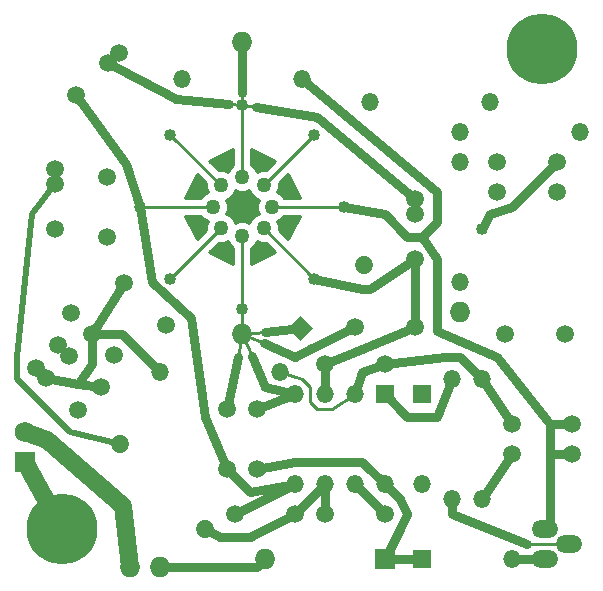
<source format=gbl>
G04 (created by PCBNEW (22-Jun-2014 BZR 4027)-stable) date Sun 04 Feb 2018 03:40:52 PM CST*
%MOIN*%
G04 Gerber Fmt 3.4, Leading zero omitted, Abs format*
%FSLAX34Y34*%
G01*
G70*
G90*
G04 APERTURE LIST*
%ADD10C,0.00590551*%
%ADD11O,0.0885X0.059*%
%ADD12O,0.059X0.059*%
%ADD13C,0.059*%
%ADD14C,0.05*%
%ADD15R,0.059X0.059*%
%ADD16O,0.069X0.069*%
%ADD17C,0.23622*%
%ADD18C,0.059*%
%ADD19R,0.069X0.069*%
%ADD20C,0.069*%
%ADD21C,0.04*%
%ADD22C,0.03*%
%ADD23C,0.06*%
%ADD24C,0.01*%
%ADD25C,0.02*%
G04 APERTURE END LIST*
G54D10*
G54D11*
X95852Y-43250D03*
X96647Y-43750D03*
X95852Y-44250D03*
G54D12*
X92750Y-38250D03*
X92750Y-42250D03*
X93750Y-42250D03*
X93750Y-38250D03*
X83000Y-38000D03*
X87000Y-38000D03*
X83750Y-28250D03*
X87750Y-28250D03*
G54D13*
X84500Y-43250D02*
X84500Y-43250D01*
X81671Y-40421D02*
X81671Y-40421D01*
G54D14*
X85042Y-31792D03*
X86457Y-31792D03*
X86739Y-32500D03*
X85750Y-31510D03*
X86457Y-33207D03*
X85750Y-33489D03*
X85042Y-33207D03*
X84760Y-32500D03*
G54D15*
X90500Y-38750D03*
G54D12*
X89500Y-38750D03*
X88500Y-38750D03*
X87500Y-38750D03*
X87500Y-41750D03*
X88500Y-41750D03*
X90500Y-41750D03*
X89500Y-41750D03*
G54D16*
X83000Y-44500D03*
X82000Y-44500D03*
G54D17*
X95750Y-27250D03*
G54D18*
X94750Y-40750D03*
X96750Y-40750D03*
X91500Y-36500D03*
X89500Y-36500D03*
X85250Y-41250D03*
X85250Y-39250D03*
X86250Y-41250D03*
X86250Y-39250D03*
X88500Y-42750D03*
X90500Y-42750D03*
X81792Y-35042D03*
X83207Y-36457D03*
X81250Y-31500D03*
X81250Y-33500D03*
X96750Y-39750D03*
X94750Y-39750D03*
X90500Y-37750D03*
X88500Y-37750D03*
X87500Y-42750D03*
X85500Y-42750D03*
G54D16*
X85750Y-36750D03*
G54D19*
X90500Y-44250D03*
G54D16*
X86500Y-44250D03*
G54D15*
X91750Y-38750D03*
G54D12*
X91750Y-41750D03*
G54D10*
G36*
X87689Y-36143D02*
X88106Y-36560D01*
X87689Y-36977D01*
X87272Y-36560D01*
X87689Y-36143D01*
X87689Y-36143D01*
G37*
G54D13*
X89810Y-34439D02*
X89810Y-34439D01*
G54D15*
X91750Y-44250D03*
G54D12*
X94750Y-44250D03*
G54D18*
X81633Y-27366D03*
X80219Y-28780D03*
X81280Y-27719D03*
X79500Y-31250D03*
X79500Y-33250D03*
X79500Y-31750D03*
X91500Y-32250D03*
X91500Y-34250D03*
X91500Y-32750D03*
G54D19*
X78500Y-41000D03*
G54D20*
X78500Y-40000D03*
G54D17*
X79750Y-43250D03*
G54D16*
X85750Y-27000D03*
G54D12*
X90000Y-29000D03*
X94000Y-29000D03*
X97000Y-30000D03*
X93000Y-30000D03*
X93000Y-31000D03*
X93000Y-35000D03*
G54D18*
X94250Y-31000D03*
X96250Y-31000D03*
X96250Y-32000D03*
X94250Y-32000D03*
X96500Y-36750D03*
X94500Y-36750D03*
G54D16*
X93000Y-36000D03*
G54D18*
X79616Y-37116D03*
X81030Y-38530D03*
X79969Y-37469D03*
X78866Y-37866D03*
X80280Y-39280D03*
X79219Y-38219D03*
X80042Y-36042D03*
X81457Y-37457D03*
X80750Y-36750D03*
G54D21*
X89150Y-32500D03*
X82350Y-32500D03*
X83350Y-30100D03*
X88150Y-34900D03*
X88150Y-30100D03*
X83350Y-34900D03*
X85750Y-29100D03*
X93750Y-33250D03*
X85750Y-35900D03*
G54D22*
X89500Y-41000D02*
X89750Y-41000D01*
X87500Y-41000D02*
X89500Y-41000D01*
X86250Y-41250D02*
X87500Y-41000D01*
X89750Y-41000D02*
X90500Y-41750D01*
X90500Y-41750D02*
X91000Y-42250D01*
X91000Y-43250D02*
X90500Y-44250D01*
X91250Y-42750D02*
X91000Y-43250D01*
X91000Y-42250D02*
X91250Y-42750D01*
X90500Y-44250D02*
X91750Y-44250D01*
G54D23*
X78500Y-41000D02*
X79750Y-43250D01*
G54D22*
X96000Y-39750D02*
X94250Y-37500D01*
X92250Y-34250D02*
X92250Y-36642D01*
X92250Y-34250D02*
X91750Y-33500D01*
X94250Y-37500D02*
X92250Y-36642D01*
X96000Y-40750D02*
X96750Y-40750D01*
X96000Y-43250D02*
X96000Y-40750D01*
X96000Y-40750D02*
X96000Y-39750D01*
X96000Y-39750D02*
X96750Y-39750D01*
X91750Y-33500D02*
X92250Y-33000D01*
X92250Y-33000D02*
X92250Y-32000D01*
X92250Y-32000D02*
X87750Y-28250D01*
G54D24*
X86739Y-32500D02*
X89150Y-32500D01*
G54D22*
X89150Y-32500D02*
X90500Y-32750D01*
X91250Y-33500D02*
X91750Y-33500D01*
X90500Y-32750D02*
X91250Y-33500D01*
G54D24*
X89250Y-32500D02*
X89150Y-32500D01*
G54D22*
X82350Y-32500D02*
X81881Y-31085D01*
X81881Y-31085D02*
X80219Y-28780D01*
G54D24*
X84760Y-32500D02*
X82350Y-32500D01*
G54D22*
X84500Y-39500D02*
X85250Y-41250D01*
X82750Y-35000D02*
X84030Y-36217D01*
X84030Y-36217D02*
X84500Y-39500D01*
X82350Y-32500D02*
X82750Y-35000D01*
X87500Y-41750D02*
X86000Y-42000D01*
X86000Y-42000D02*
X85250Y-41250D01*
X87500Y-41750D02*
X85500Y-42750D01*
X90500Y-42750D02*
X89500Y-41750D01*
X93750Y-42250D02*
X94750Y-40750D01*
X90500Y-38750D02*
X91250Y-39500D01*
X92250Y-39500D02*
X92750Y-38250D01*
X91250Y-39500D02*
X92250Y-39500D01*
X94750Y-44250D02*
X96000Y-44250D01*
X95250Y-43750D02*
X92750Y-42750D01*
G54D24*
X96500Y-43750D02*
X95250Y-43750D01*
G54D22*
X92750Y-42750D02*
X92750Y-42250D01*
X90500Y-37750D02*
X92500Y-37500D01*
X93000Y-37500D02*
X93750Y-38250D01*
X92500Y-37500D02*
X93000Y-37500D01*
X93750Y-38250D02*
X94750Y-39750D01*
G54D24*
X87000Y-38000D02*
X87750Y-38250D01*
X88750Y-39250D02*
X89500Y-38750D01*
X88250Y-39250D02*
X88750Y-39250D01*
X88000Y-39000D02*
X88250Y-39250D01*
X88000Y-38500D02*
X88000Y-39000D01*
X87750Y-38250D02*
X88000Y-38500D01*
G54D22*
X89500Y-38750D02*
X89750Y-38000D01*
X89750Y-38000D02*
X90500Y-37750D01*
X83000Y-44500D02*
X86250Y-44500D01*
X86250Y-44500D02*
X86500Y-44250D01*
G54D25*
X81671Y-40421D02*
X80000Y-40000D01*
X78750Y-32750D02*
X79500Y-31750D01*
X78250Y-37500D02*
X78750Y-32750D01*
X78250Y-38250D02*
X78250Y-37500D01*
X80000Y-40000D02*
X78250Y-38250D01*
G54D24*
X85042Y-31792D02*
X83350Y-30100D01*
X83350Y-30100D02*
X83400Y-30100D01*
G54D22*
X79500Y-31750D02*
X79500Y-31250D01*
G54D24*
X86457Y-33207D02*
X88150Y-34900D01*
G54D22*
X91500Y-34250D02*
X91500Y-36500D01*
X88150Y-34900D02*
X89750Y-35250D01*
X90000Y-35250D02*
X91500Y-34250D01*
X89750Y-35250D02*
X90000Y-35250D01*
X88500Y-37750D02*
X89750Y-37250D01*
X89750Y-37250D02*
X91500Y-36500D01*
X88500Y-38750D02*
X88500Y-37750D01*
G54D24*
X88150Y-34900D02*
X88250Y-35000D01*
X86457Y-31792D02*
X88150Y-30100D01*
G54D22*
X84500Y-43250D02*
X85000Y-43500D01*
X86000Y-43500D02*
X87500Y-42750D01*
X85000Y-43500D02*
X86000Y-43500D01*
X88500Y-41750D02*
X87500Y-42750D01*
X88500Y-41750D02*
X88500Y-42750D01*
X80267Y-38399D02*
X80750Y-37750D01*
X80750Y-37750D02*
X80750Y-36750D01*
X78866Y-37866D02*
X79219Y-38219D01*
X79219Y-38219D02*
X80267Y-38399D01*
X80267Y-38399D02*
X81030Y-38530D01*
X80750Y-36750D02*
X81750Y-36750D01*
X81750Y-36750D02*
X83000Y-38000D01*
X81792Y-35042D02*
X80750Y-36750D01*
G54D24*
X83350Y-34900D02*
X85042Y-33207D01*
X85750Y-29100D02*
X85300Y-29077D01*
G54D22*
X85300Y-29077D02*
X83550Y-28900D01*
X83550Y-28900D02*
X83250Y-28750D01*
X83250Y-28750D02*
X81280Y-27719D01*
X81280Y-27719D02*
X81633Y-27366D01*
G54D24*
X85750Y-29100D02*
X85750Y-28700D01*
G54D22*
X85750Y-28700D02*
X85750Y-27000D01*
X91500Y-32250D02*
X91500Y-32750D01*
G54D24*
X85750Y-29100D02*
X86200Y-29172D01*
G54D22*
X86200Y-29172D02*
X88250Y-29500D01*
X88250Y-29500D02*
X91500Y-32250D01*
G54D24*
X85750Y-31510D02*
X85750Y-29100D01*
G54D22*
X94750Y-32500D02*
X96250Y-31000D01*
X94750Y-32500D02*
X94000Y-32750D01*
X93750Y-33250D02*
X94000Y-32750D01*
G54D23*
X78500Y-40000D02*
X79232Y-40293D01*
X79232Y-40293D02*
X81765Y-42484D01*
X81765Y-42484D02*
X82000Y-44500D01*
G54D24*
X85750Y-36750D02*
X85750Y-35900D01*
X85750Y-35900D02*
X85750Y-33489D01*
X85750Y-36750D02*
X86474Y-37060D01*
G54D22*
X86474Y-37060D02*
X87500Y-37500D01*
X87500Y-37500D02*
X88000Y-37250D01*
X88000Y-37250D02*
X89500Y-36500D01*
G54D24*
X85750Y-36750D02*
X86060Y-37474D01*
G54D22*
X86060Y-37474D02*
X86500Y-38500D01*
X86500Y-38500D02*
X87500Y-38750D01*
G54D24*
X85750Y-36750D02*
X86492Y-36677D01*
G54D22*
X86492Y-36677D02*
X87689Y-36560D01*
X85250Y-39250D02*
X85596Y-37519D01*
G54D24*
X85596Y-37519D02*
X85750Y-36750D01*
G54D22*
X86250Y-39250D02*
X86250Y-39250D01*
X86250Y-39250D02*
X87500Y-38750D01*
G54D24*
X86250Y-39250D02*
X87500Y-38750D01*
G54D10*
G36*
X84598Y-32025D02*
X84477Y-32075D01*
X84352Y-32200D01*
X83830Y-32200D01*
X84229Y-31403D01*
X84542Y-31717D01*
X84542Y-31891D01*
X84598Y-32025D01*
X84598Y-32025D01*
G37*
G54D24*
X84598Y-32025D02*
X84477Y-32075D01*
X84352Y-32200D01*
X83830Y-32200D01*
X84229Y-31403D01*
X84542Y-31717D01*
X84542Y-31891D01*
X84598Y-32025D01*
G54D10*
G36*
X84598Y-32974D02*
X84542Y-33107D01*
X84542Y-33282D01*
X84229Y-33596D01*
X83830Y-32800D01*
X84353Y-32800D01*
X84476Y-32923D01*
X84598Y-32974D01*
X84598Y-32974D01*
G37*
G54D24*
X84598Y-32974D02*
X84542Y-33107D01*
X84542Y-33282D01*
X84229Y-33596D01*
X83830Y-32800D01*
X84353Y-32800D01*
X84476Y-32923D01*
X84598Y-32974D01*
G54D10*
G36*
X85450Y-31103D02*
X85326Y-31226D01*
X85275Y-31348D01*
X85142Y-31292D01*
X84967Y-31292D01*
X84653Y-30979D01*
X85450Y-30580D01*
X85450Y-31103D01*
X85450Y-31103D01*
G37*
G54D24*
X85450Y-31103D02*
X85326Y-31226D01*
X85275Y-31348D01*
X85142Y-31292D01*
X84967Y-31292D01*
X84653Y-30979D01*
X85450Y-30580D01*
X85450Y-31103D01*
G54D10*
G36*
X85450Y-34419D02*
X84653Y-34020D01*
X84967Y-33707D01*
X85141Y-33707D01*
X85275Y-33651D01*
X85325Y-33772D01*
X85450Y-33897D01*
X85450Y-34419D01*
X85450Y-34419D01*
G37*
G54D24*
X85450Y-34419D02*
X84653Y-34020D01*
X84967Y-33707D01*
X85141Y-33707D01*
X85275Y-33651D01*
X85325Y-33772D01*
X85450Y-33897D01*
X85450Y-34419D01*
G54D10*
G36*
X86295Y-32267D02*
X86240Y-32400D01*
X86239Y-32599D01*
X86295Y-32732D01*
X86174Y-32782D01*
X86033Y-32923D01*
X85982Y-33045D01*
X85849Y-32990D01*
X85650Y-32989D01*
X85517Y-33045D01*
X85467Y-32924D01*
X85326Y-32783D01*
X85204Y-32732D01*
X85259Y-32599D01*
X85260Y-32400D01*
X85204Y-32267D01*
X85325Y-32217D01*
X85466Y-32076D01*
X85517Y-31954D01*
X85650Y-32009D01*
X85849Y-32010D01*
X85982Y-31954D01*
X86032Y-32075D01*
X86173Y-32216D01*
X86295Y-32267D01*
X86295Y-32267D01*
G37*
G54D24*
X86295Y-32267D02*
X86240Y-32400D01*
X86239Y-32599D01*
X86295Y-32732D01*
X86174Y-32782D01*
X86033Y-32923D01*
X85982Y-33045D01*
X85849Y-32990D01*
X85650Y-32989D01*
X85517Y-33045D01*
X85467Y-32924D01*
X85326Y-32783D01*
X85204Y-32732D01*
X85259Y-32599D01*
X85260Y-32400D01*
X85204Y-32267D01*
X85325Y-32217D01*
X85466Y-32076D01*
X85517Y-31954D01*
X85650Y-32009D01*
X85849Y-32010D01*
X85982Y-31954D01*
X86032Y-32075D01*
X86173Y-32216D01*
X86295Y-32267D01*
G54D10*
G36*
X86846Y-30979D02*
X86532Y-31292D01*
X86358Y-31292D01*
X86224Y-31348D01*
X86174Y-31227D01*
X86050Y-31102D01*
X86050Y-30580D01*
X86846Y-30979D01*
X86846Y-30979D01*
G37*
G54D24*
X86846Y-30979D02*
X86532Y-31292D01*
X86358Y-31292D01*
X86224Y-31348D01*
X86174Y-31227D01*
X86050Y-31102D01*
X86050Y-30580D01*
X86846Y-30979D01*
G54D10*
G36*
X86846Y-34020D02*
X86050Y-34419D01*
X86050Y-33896D01*
X86173Y-33773D01*
X86224Y-33651D01*
X86357Y-33707D01*
X86532Y-33707D01*
X86846Y-34020D01*
X86846Y-34020D01*
G37*
G54D24*
X86846Y-34020D02*
X86050Y-34419D01*
X86050Y-33896D01*
X86173Y-33773D01*
X86224Y-33651D01*
X86357Y-33707D01*
X86532Y-33707D01*
X86846Y-34020D01*
G54D10*
G36*
X87669Y-32200D02*
X87146Y-32200D01*
X87023Y-32076D01*
X86901Y-32025D01*
X86957Y-31892D01*
X86957Y-31717D01*
X87270Y-31403D01*
X87669Y-32200D01*
X87669Y-32200D01*
G37*
G54D24*
X87669Y-32200D02*
X87146Y-32200D01*
X87023Y-32076D01*
X86901Y-32025D01*
X86957Y-31892D01*
X86957Y-31717D01*
X87270Y-31403D01*
X87669Y-32200D01*
G54D10*
G36*
X87669Y-32800D02*
X87270Y-33596D01*
X86957Y-33282D01*
X86957Y-33108D01*
X86901Y-32974D01*
X87022Y-32924D01*
X87147Y-32800D01*
X87669Y-32800D01*
X87669Y-32800D01*
G37*
G54D24*
X87669Y-32800D02*
X87270Y-33596D01*
X86957Y-33282D01*
X86957Y-33108D01*
X86901Y-32974D01*
X87022Y-32924D01*
X87147Y-32800D01*
X87669Y-32800D01*
M02*

</source>
